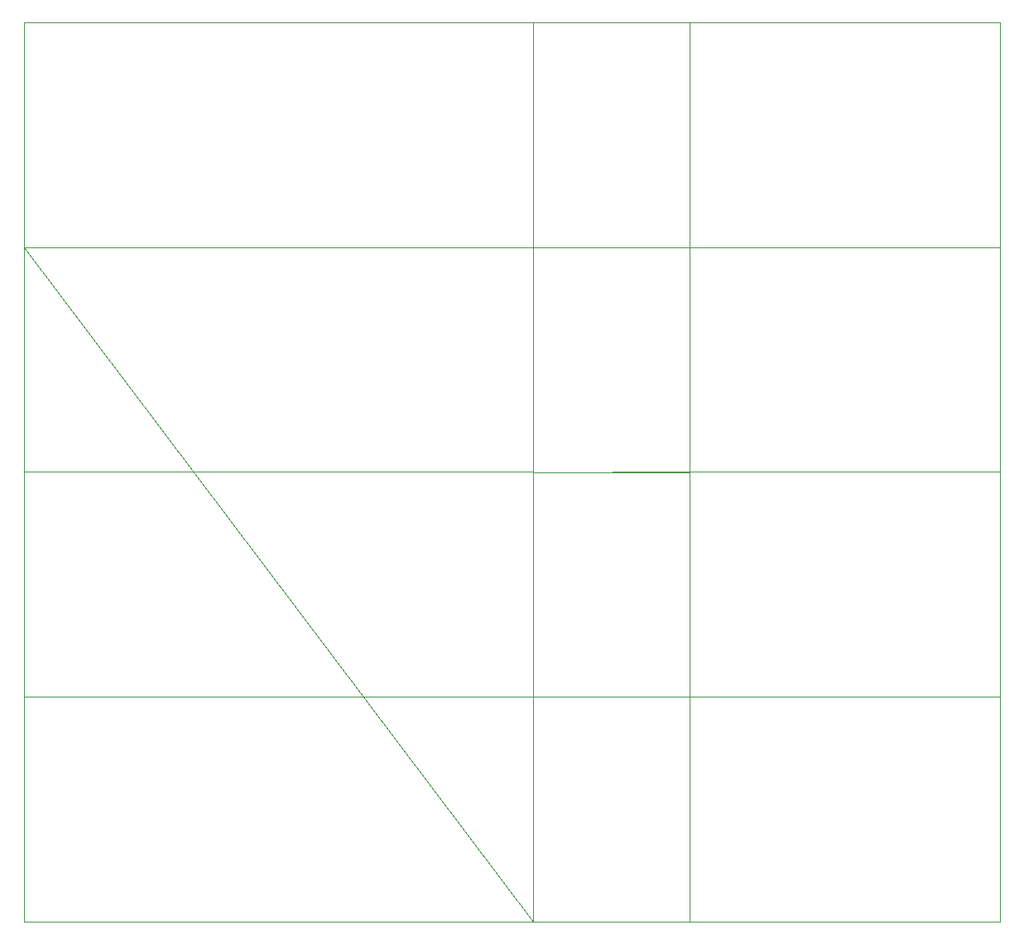
<source format=gko>
%MOIN*%
%OFA0B0*%
%FSLAX44Y44*%
%IPPOS*%
%LPD*%
%ADD10C,0*%
D10*
X00020484Y00027161D02*
X00020484Y00027161D01*
X00026787Y00027161D01*
X00026775Y00036220D01*
X00020472Y00036220D01*
X00020484Y00027161D01*
X00020472Y00009055D02*
X00020472Y00009055D01*
X00020472Y00018110D01*
X00000000Y00018110D01*
X00000000Y00009055D01*
X00020472Y00009055D01*
X00039291Y00000000D02*
X00039291Y00000000D01*
X00039291Y00009055D01*
X00026771Y00009055D01*
X00026771Y00000000D01*
X00039291Y00000000D01*
X00000000Y00027165D02*
X00020484Y-00000003D01*
X00026787Y-00000003D01*
X00026775Y00009055D01*
X00020484Y00009051D01*
X00026787Y00009051D01*
X00026775Y00018110D01*
X00020484Y00018106D01*
X00026787Y00018106D01*
X00026775Y00027165D01*
X00020472Y00027165D01*
X00020472Y00036220D01*
X00000000Y00036220D01*
X00000000Y00027165D01*
X00020472Y00009055D02*
X00000000Y00009055D01*
X00000000Y00000000D01*
X00020472Y00000000D01*
X00020472Y00009055D01*
X00000000Y00018110D02*
X00020472Y00018110D01*
X00020472Y00027165D01*
X00000000Y00027165D01*
X00000000Y00018110D01*
X00026771Y00027165D02*
X00039291Y00027165D01*
X00039291Y00036220D01*
X00026771Y00036220D01*
X00026771Y00027165D01*
X00026771Y00018110D02*
X00039291Y00018110D01*
X00039291Y00027165D01*
X00026771Y00027165D01*
X00026771Y00018110D01*
X00026771Y00009055D02*
X00039291Y00009055D01*
X00039291Y00018110D01*
X00026771Y00018110D01*
X00026771Y00009055D01*
M02*
</source>
